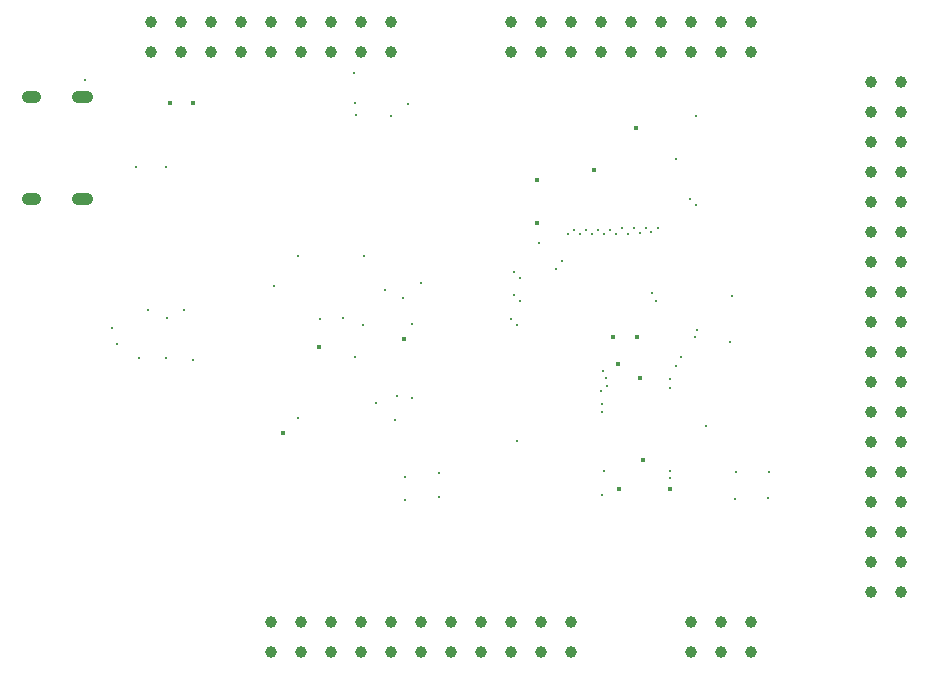
<source format=gbr>
%TF.GenerationSoftware,KiCad,Pcbnew,(5.1.2-1)-1*%
%TF.CreationDate,2019-12-25T23:24:41+05:30*%
%TF.ProjectId,Mega,4d656761-2e6b-4696-9361-645f70636258,rev?*%
%TF.SameCoordinates,Original*%
%TF.FileFunction,Plated,1,2,PTH,Mixed*%
%TF.FilePolarity,Positive*%
%FSLAX46Y46*%
G04 Gerber Fmt 4.6, Leading zero omitted, Abs format (unit mm)*
G04 Created by KiCad (PCBNEW (5.1.2-1)-1) date 2019-12-25 23:24:41*
%MOMM*%
%LPD*%
G04 APERTURE LIST*
%TA.AperFunction,ViaDrill*%
%ADD10C,0.300000*%
%TD*%
%TA.AperFunction,ViaDrill*%
%ADD11C,0.400000*%
%TD*%
%TA.AperFunction,ComponentDrill*%
%ADD12C,1.000000*%
%TD*%
%TA.AperFunction,Slot*%
%ADD13C,1.016000*%
%TD*%
G04 APERTURE END LIST*
D10*
X19735749Y-22669500D03*
X22034500Y-43688000D03*
X22513500Y-45021500D03*
X24130000Y-30035500D03*
X24384000Y-46228000D03*
X25146000Y-42164000D03*
X26670000Y-30035500D03*
X26670000Y-46228000D03*
X26733500Y-42862500D03*
X28194000Y-42164000D03*
X28956000Y-46355000D03*
X35814014Y-40132000D03*
X37846000Y-37592000D03*
X37846000Y-51308000D03*
X39687500Y-42926000D03*
X41656000Y-42862500D03*
X42545000Y-22098000D03*
X42672000Y-24638000D03*
X42672000Y-46101000D03*
X42701000Y-25654000D03*
X43330028Y-43457028D03*
X43434000Y-37592000D03*
X44450000Y-50038000D03*
X45212000Y-40449500D03*
X45720000Y-25717500D03*
X46037500Y-51498500D03*
X46228000Y-49466500D03*
X46736000Y-41148000D03*
X46863000Y-56261000D03*
X46863000Y-58229500D03*
X47117000Y-24701500D03*
X47498000Y-43307000D03*
X47498000Y-49593500D03*
X48260000Y-39878000D03*
X49784000Y-55943500D03*
X49784000Y-57975500D03*
X55880000Y-42926000D03*
X56070500Y-38925500D03*
X56070500Y-40894000D03*
X56324500Y-43434000D03*
X56388000Y-53276500D03*
X56578500Y-39433500D03*
X56578500Y-41402000D03*
X58229500Y-36449000D03*
X59690000Y-38671501D03*
X60198000Y-38036500D03*
X60706000Y-35750500D03*
X61214000Y-35369500D03*
X61722000Y-35750500D03*
X62230000Y-35369500D03*
X62735000Y-35750500D03*
X63246000Y-35369500D03*
X63465055Y-49011578D03*
X63563500Y-50101500D03*
X63563500Y-50800000D03*
X63563500Y-57785000D03*
X63621871Y-47353296D03*
X63690500Y-55816500D03*
X63725010Y-35750500D03*
X63909506Y-47907500D03*
X64002527Y-48616042D03*
X64198500Y-35369500D03*
X64706500Y-35750500D03*
X65214500Y-35242500D03*
X65722500Y-35687000D03*
X66230500Y-35242500D03*
X66548000Y-44450000D03*
X66732999Y-35623500D03*
X67240437Y-35199550D03*
X67725510Y-35560000D03*
X67818000Y-40703500D03*
X68135500Y-41402000D03*
X68262500Y-35179000D03*
X69278500Y-48768000D03*
X69278500Y-55753000D03*
X69313009Y-48006000D03*
X69342000Y-56388000D03*
X69792020Y-29400500D03*
X69792022Y-46863000D03*
X70271030Y-46164500D03*
X70984914Y-32795000D03*
X71400708Y-44408849D03*
X71501000Y-25717500D03*
X71501000Y-33274000D03*
X71628000Y-43878500D03*
X72326500Y-52006500D03*
X74358500Y-44894500D03*
X74549000Y-40957500D03*
X74803000Y-58166000D03*
X74930000Y-55880000D03*
X77597000Y-58039000D03*
X77660500Y-55880000D03*
D11*
X26987500Y-24637998D03*
X28956000Y-24637996D03*
X36512500Y-52578000D03*
X39624000Y-45293008D03*
X46799500Y-44640500D03*
X58039000Y-31178500D03*
X58039000Y-34798000D03*
X62865000Y-30289500D03*
X64516000Y-44450000D03*
X64897000Y-46736000D03*
X64960500Y-57340500D03*
X66421000Y-26733500D03*
X66548000Y-44450000D03*
X66738500Y-47879000D03*
X66992500Y-54864000D03*
X69278500Y-57340500D03*
D12*
%TO.C,J3*%
X25400000Y-17780000D03*
X25400000Y-20320000D03*
X27940000Y-17780000D03*
X27940000Y-20320000D03*
X30480000Y-17780000D03*
X30480000Y-20320000D03*
X33020000Y-17780000D03*
X33020000Y-20320000D03*
X35560000Y-17780000D03*
X35560000Y-20320000D03*
X38100000Y-17780000D03*
X38100000Y-20320000D03*
X40640000Y-17780000D03*
X40640000Y-20320000D03*
X43180000Y-17780000D03*
X43180000Y-20320000D03*
X45720000Y-17780000D03*
X45720000Y-20320000D03*
%TO.C,J5*%
X35560000Y-68580000D03*
X35560000Y-71120000D03*
X38100000Y-68580000D03*
X38100000Y-71120000D03*
X40640000Y-68580000D03*
X40640000Y-71120000D03*
X43180000Y-68580000D03*
X43180000Y-71120000D03*
X45720000Y-68580000D03*
X45720000Y-71120000D03*
X48260000Y-68580000D03*
X48260000Y-71120000D03*
X50800000Y-68580000D03*
X50800000Y-71120000D03*
X53340000Y-68580000D03*
X53340000Y-71120000D03*
X55880000Y-68580000D03*
X55880000Y-71120000D03*
X58420000Y-68580000D03*
X58420000Y-71120000D03*
X60960000Y-68580000D03*
X60960000Y-71120000D03*
%TO.C,J2*%
X86360000Y-22860000D03*
X86360000Y-25400000D03*
X86360000Y-27940000D03*
X86360000Y-30480000D03*
X86360000Y-33020000D03*
X86360000Y-35560000D03*
X86360000Y-38100000D03*
X86360000Y-40640000D03*
X86360000Y-43180000D03*
X86360000Y-45720000D03*
X86360000Y-48260000D03*
X86360000Y-50800000D03*
X86360000Y-53340000D03*
X86360000Y-55880000D03*
X86360000Y-58420000D03*
X86360000Y-60960000D03*
X86360000Y-63500000D03*
X86360000Y-66040000D03*
X88900000Y-22860000D03*
X88900000Y-25400000D03*
X88900000Y-27940000D03*
X88900000Y-30480000D03*
X88900000Y-33020000D03*
X88900000Y-35560000D03*
X88900000Y-38100000D03*
X88900000Y-40640000D03*
X88900000Y-43180000D03*
X88900000Y-45720000D03*
X88900000Y-48260000D03*
X88900000Y-50800000D03*
X88900000Y-53340000D03*
X88900000Y-55880000D03*
X88900000Y-58420000D03*
X88900000Y-60960000D03*
X88900000Y-63500000D03*
X88900000Y-66040000D03*
%TO.C,J4*%
X71120000Y-68580000D03*
X71120000Y-71120000D03*
X73660000Y-68580000D03*
X73660000Y-71120000D03*
X76200000Y-68580000D03*
X76200000Y-71120000D03*
%TO.C,J1*%
X55880000Y-17780000D03*
X55880000Y-20320000D03*
X58420000Y-17780000D03*
X58420000Y-20320000D03*
X60960000Y-17780000D03*
X60960000Y-20320000D03*
X63500000Y-17780000D03*
X63500000Y-20320000D03*
X66040000Y-17780000D03*
X66040000Y-20320000D03*
X68580000Y-17780000D03*
X68580000Y-20320000D03*
X71120000Y-17780000D03*
X71120000Y-20320000D03*
X73660000Y-17780000D03*
X73660000Y-20320000D03*
X76200000Y-17780000D03*
X76200000Y-20320000D03*
D13*
%TO.C,P1*%
X14960600Y-24130000D02*
X15519400Y-24130000D01*
X14960600Y-32766000D02*
X15519400Y-32766000D01*
X19177000Y-24130000D02*
X19939000Y-24130000D01*
X19177000Y-32766000D02*
X19939000Y-32766000D01*
M02*

</source>
